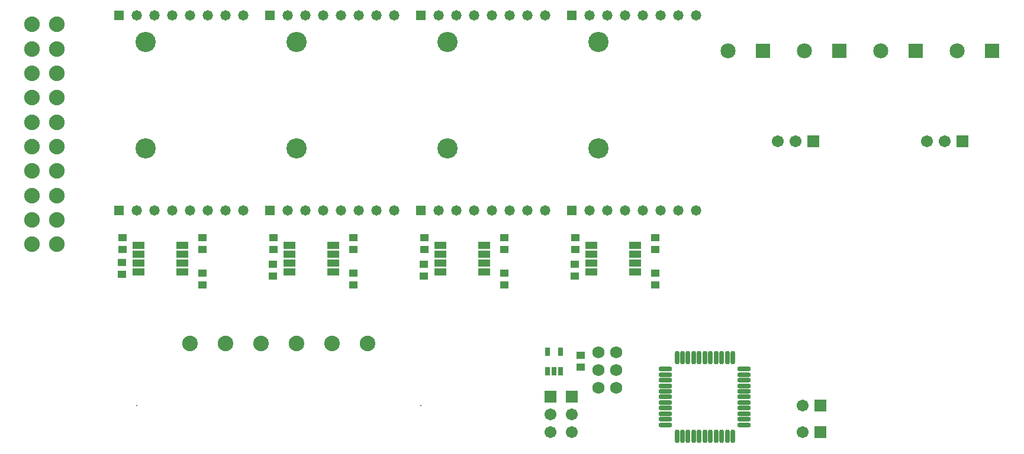
<source format=gts>
G04*
G04 #@! TF.GenerationSoftware,Altium Limited,Altium Designer,19.0.12 (326)*
G04*
G04 Layer_Color=8388736*
%FSLAX24Y24*%
%MOIN*%
G70*
G01*
G75*
%ADD19R,0.0454X0.0395*%
%ADD20O,0.0297X0.0769*%
%ADD21O,0.0769X0.0297*%
%ADD22R,0.0671X0.0395*%
%ADD23R,0.0316X0.0513*%
%ADD24R,0.0671X0.0671*%
%ADD25C,0.0671*%
%ADD26C,0.0848*%
%ADD27R,0.0848X0.0848*%
%ADD28R,0.0580X0.0580*%
%ADD29C,0.0580*%
%ADD30C,0.0680*%
%ADD31R,0.0671X0.0671*%
%ADD32C,0.0879*%
%ADD33C,0.0080*%
%ADD34C,0.0881*%
%ADD35C,0.1138*%
D19*
X40500Y4665D02*
D03*
Y5335D02*
D03*
X14700Y11315D02*
D03*
Y11985D02*
D03*
X23200Y11315D02*
D03*
Y11985D02*
D03*
X31700Y11315D02*
D03*
Y11985D02*
D03*
X40200Y11315D02*
D03*
Y11985D02*
D03*
X19200Y11985D02*
D03*
Y11315D02*
D03*
X27700Y11985D02*
D03*
Y11315D02*
D03*
X36200Y11985D02*
D03*
Y11315D02*
D03*
X44700Y11985D02*
D03*
Y11315D02*
D03*
X14677Y9904D02*
D03*
Y10573D02*
D03*
X23177Y9815D02*
D03*
Y10485D02*
D03*
X31677Y9815D02*
D03*
Y10485D02*
D03*
X40177Y9815D02*
D03*
Y10485D02*
D03*
X19200Y9315D02*
D03*
Y9985D02*
D03*
X27700Y9315D02*
D03*
Y9985D02*
D03*
X36200Y9315D02*
D03*
Y9985D02*
D03*
X44700Y9315D02*
D03*
Y9985D02*
D03*
D20*
X45925Y776D02*
D03*
X46240D02*
D03*
X46555D02*
D03*
X46870D02*
D03*
X47185D02*
D03*
X47500D02*
D03*
X47815D02*
D03*
X48130D02*
D03*
X48445D02*
D03*
X48760D02*
D03*
X49075D02*
D03*
Y5224D02*
D03*
X48760D02*
D03*
X48445D02*
D03*
X48130D02*
D03*
X47815D02*
D03*
X47500D02*
D03*
X47185D02*
D03*
X46870D02*
D03*
X46555D02*
D03*
X46240D02*
D03*
X45925D02*
D03*
D21*
X49724Y1425D02*
D03*
Y1740D02*
D03*
Y2055D02*
D03*
Y2370D02*
D03*
Y2685D02*
D03*
Y3000D02*
D03*
Y3315D02*
D03*
Y3630D02*
D03*
Y3945D02*
D03*
Y4260D02*
D03*
Y4575D02*
D03*
X45276D02*
D03*
Y4260D02*
D03*
Y3945D02*
D03*
Y3630D02*
D03*
Y3315D02*
D03*
Y3000D02*
D03*
Y2685D02*
D03*
Y2370D02*
D03*
Y2055D02*
D03*
Y1740D02*
D03*
Y1425D02*
D03*
D22*
X43561Y10050D02*
D03*
Y10550D02*
D03*
Y11050D02*
D03*
Y11550D02*
D03*
X41100Y10050D02*
D03*
Y10550D02*
D03*
Y11050D02*
D03*
Y11550D02*
D03*
X35061Y10050D02*
D03*
Y10550D02*
D03*
Y11050D02*
D03*
Y11550D02*
D03*
X32600Y10050D02*
D03*
Y10550D02*
D03*
Y11050D02*
D03*
Y11550D02*
D03*
X26561Y10050D02*
D03*
Y10550D02*
D03*
Y11050D02*
D03*
Y11550D02*
D03*
X24100Y10050D02*
D03*
Y10550D02*
D03*
Y11050D02*
D03*
Y11550D02*
D03*
X18061Y10050D02*
D03*
Y10550D02*
D03*
Y11050D02*
D03*
Y11550D02*
D03*
X15600Y10050D02*
D03*
Y10550D02*
D03*
Y11050D02*
D03*
Y11550D02*
D03*
D23*
X39374Y5551D02*
D03*
X38626D02*
D03*
Y4449D02*
D03*
X39000D02*
D03*
X39374D02*
D03*
D24*
X62000Y17400D02*
D03*
X53600D02*
D03*
X54000Y2500D02*
D03*
Y1000D02*
D03*
D25*
X61000Y17400D02*
D03*
X60000D02*
D03*
X52600D02*
D03*
X51600D02*
D03*
X40000Y1000D02*
D03*
Y2000D02*
D03*
X38800Y1000D02*
D03*
Y2000D02*
D03*
X53000Y2500D02*
D03*
Y1000D02*
D03*
D26*
X61709Y22500D02*
D03*
X57409D02*
D03*
X53109D02*
D03*
X48809D02*
D03*
D27*
X63678D02*
D03*
X59378D02*
D03*
X55078D02*
D03*
X50778D02*
D03*
D28*
X14500Y13500D02*
D03*
Y24500D02*
D03*
X23000Y13500D02*
D03*
Y24500D02*
D03*
X31500D02*
D03*
Y13500D02*
D03*
X40000D02*
D03*
Y24500D02*
D03*
D29*
X15500Y13500D02*
D03*
X16500D02*
D03*
X17500D02*
D03*
X18500D02*
D03*
X19500D02*
D03*
X20500D02*
D03*
X21500D02*
D03*
X15500Y24500D02*
D03*
X16500D02*
D03*
X17500D02*
D03*
X18500D02*
D03*
X19500D02*
D03*
X20500D02*
D03*
X21500D02*
D03*
X24000Y13500D02*
D03*
X25000D02*
D03*
X26000D02*
D03*
X27000D02*
D03*
X28000D02*
D03*
X29000D02*
D03*
X30000D02*
D03*
X24000Y24500D02*
D03*
X25000D02*
D03*
X26000D02*
D03*
X27000D02*
D03*
X28000D02*
D03*
X29000D02*
D03*
X30000D02*
D03*
X38500D02*
D03*
X37500D02*
D03*
X36500D02*
D03*
X35500D02*
D03*
X34500D02*
D03*
X33500D02*
D03*
X32500D02*
D03*
X38500Y13500D02*
D03*
X37500D02*
D03*
X36500D02*
D03*
X35500D02*
D03*
X34500D02*
D03*
X33500D02*
D03*
X32500D02*
D03*
X41000D02*
D03*
X42000D02*
D03*
X43000D02*
D03*
X44000D02*
D03*
X45000D02*
D03*
X46000D02*
D03*
X47000D02*
D03*
X41000Y24500D02*
D03*
X42000D02*
D03*
X43000D02*
D03*
X44000D02*
D03*
X45000D02*
D03*
X46000D02*
D03*
X47000D02*
D03*
D30*
X41500Y3500D02*
D03*
Y4500D02*
D03*
Y5500D02*
D03*
X42500Y3500D02*
D03*
Y4500D02*
D03*
Y5500D02*
D03*
D31*
X40000Y3000D02*
D03*
X38800D02*
D03*
D32*
X28500Y6000D02*
D03*
X18500D02*
D03*
X20500D02*
D03*
X22500D02*
D03*
X24500D02*
D03*
X26500D02*
D03*
D33*
X31500Y2500D02*
D03*
X15500D02*
D03*
D34*
X9622Y11598D02*
D03*
X11000D02*
D03*
Y24000D02*
D03*
X9622D02*
D03*
X11000Y22622D02*
D03*
X9622D02*
D03*
X11000Y21244D02*
D03*
X9622D02*
D03*
X11000Y19866D02*
D03*
X9622D02*
D03*
X11000Y18488D02*
D03*
X9622D02*
D03*
X11000Y17110D02*
D03*
X9622D02*
D03*
X11000Y15732D02*
D03*
X9622D02*
D03*
X11000Y14354D02*
D03*
X9622D02*
D03*
X11000Y12976D02*
D03*
X9622D02*
D03*
D35*
X16000Y23000D02*
D03*
Y17000D02*
D03*
X24500Y23000D02*
D03*
Y17000D02*
D03*
X33000Y23000D02*
D03*
Y17000D02*
D03*
X41500Y23000D02*
D03*
Y17000D02*
D03*
M02*

</source>
